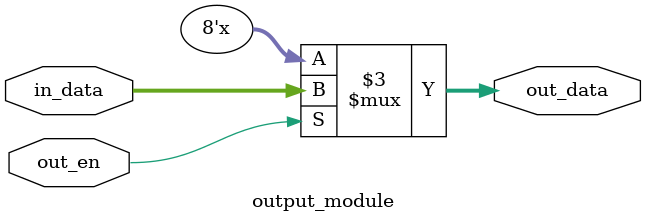
<source format=v>
module output_module(
    input [7:0] in_data,
    input out_en,
    output reg [7:0] out_data
);

    always @(*) begin
        if (out_en)
            out_data = in_data;
        else
            out_data = 8'bz;
    end

endmodule
</source>
